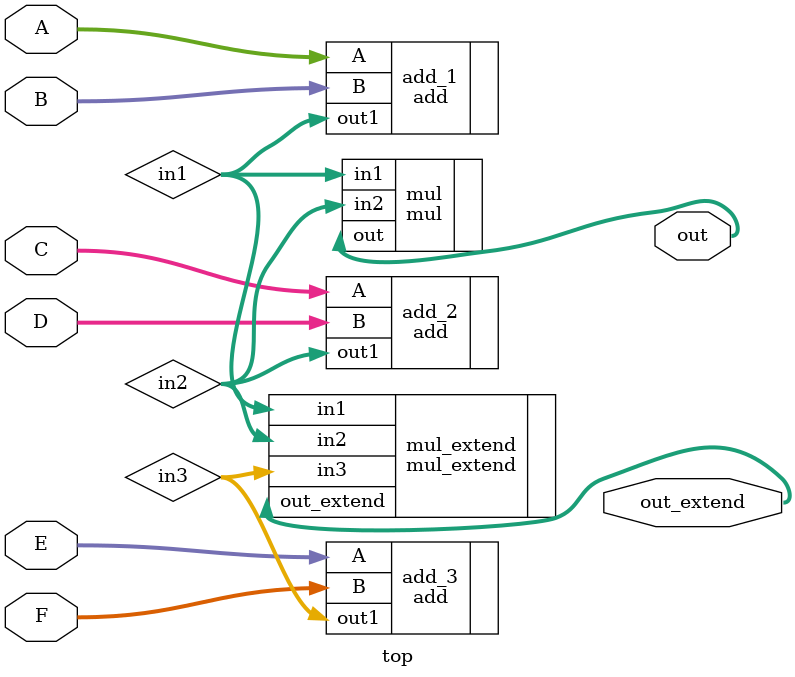
<source format=v>
module top(
	input	 wire [7:0]A		,
	input	 wire [7:0]B		,
	input	 wire [7:0]C		,
	input	 wire [7:0]D		,
	input	 wire [7:0]E		,
	input	 wire [7:0]F		,
	output wire [17:0]out	,
	output wire [27:0]out_extend
);

	wire [8:0]in1;
	wire [8:0]in2;

	add add_1(
		.A		(A),
		.B		(B),
		.out1 (in1)
	);
	
	add add_2(
		.A		(C),
		.B		(D),
		.out1 (in2)
	);
	
	mul mul(
		.in1(in1),
		.in2(in2),
		.out(out)
);

//	=================================  拓展作业  ========================================
	wire [8:0]in3;
	
	add add_3(
		.A		(E),
		.B		(F),
		.out1 (in3)
	);
	
	mul_extend mul_extend(
		.in1(in1),
		.in2(in2),
		.in3(in3),
		.out_extend(out_extend)
);

//	===================================================================================

endmodule
</source>
